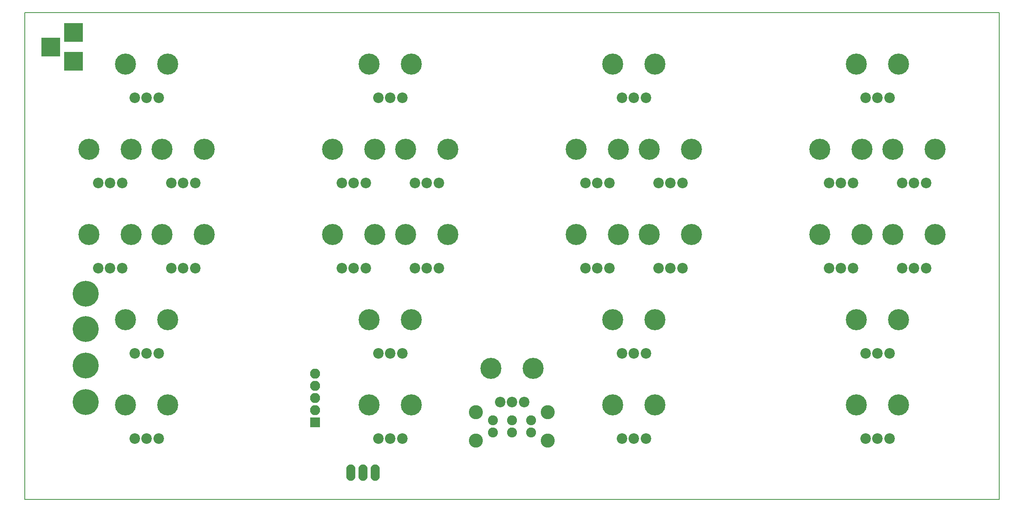
<source format=gbr>
%TF.GenerationSoftware,KiCad,Pcbnew,4.0.7*%
%TF.CreationDate,2019-01-17T01:04:15-05:00*%
%TF.ProjectId,synth_psoc,73796E74685F70736F632E6B69636164,rev?*%
%TF.FileFunction,Soldermask,Top*%
%FSLAX46Y46*%
G04 Gerber Fmt 4.6, Leading zero omitted, Abs format (unit mm)*
G04 Created by KiCad (PCBNEW 4.0.7) date 01/17/19 01:04:15*
%MOMM*%
%LPD*%
G01*
G04 APERTURE LIST*
%ADD10C,0.150000*%
%ADD11R,3.900000X3.900000*%
%ADD12O,1.910000X3.410000*%
%ADD13R,2.100000X2.100000*%
%ADD14O,2.100000X2.100000*%
%ADD15C,2.200000*%
%ADD16C,4.400000*%
%ADD17C,2.076400*%
%ADD18C,2.940000*%
%ADD19C,5.400000*%
G04 APERTURE END LIST*
D10*
X203200000Y0D02*
X101600000Y0D01*
X203200000Y-101600000D02*
X203200000Y0D01*
X101600000Y-101600000D02*
X203200000Y-101600000D01*
X101600000Y0D02*
X0Y0D01*
X0Y-101600000D02*
X101600000Y-101600000D01*
X0Y0D02*
X0Y-101600000D01*
D11*
X10160000Y-10160000D03*
X10160000Y-4160000D03*
X5460000Y-7160000D03*
D12*
X73080000Y-96000000D03*
X70540000Y-96000000D03*
X68000000Y-96000000D03*
D13*
X60579000Y-85471000D03*
D14*
X60579000Y-82931000D03*
X60579000Y-80391000D03*
X60579000Y-77851000D03*
X60579000Y-75311000D03*
D15*
X116920000Y-35560000D03*
X119420000Y-35560000D03*
X121920000Y-35560000D03*
D16*
X115020000Y-28560000D03*
X123820000Y-28560000D03*
D15*
X15320000Y-35560000D03*
X17820000Y-35560000D03*
X20320000Y-35560000D03*
D16*
X13420000Y-28560000D03*
X22220000Y-28560000D03*
D15*
X66120000Y-35560000D03*
X68620000Y-35560000D03*
X71120000Y-35560000D03*
D16*
X64220000Y-28560000D03*
X73020000Y-28560000D03*
D15*
X167720000Y-35560000D03*
X170220000Y-35560000D03*
X172720000Y-35560000D03*
D16*
X165820000Y-28560000D03*
X174620000Y-28560000D03*
D15*
X22940000Y-88900000D03*
X25440000Y-88900000D03*
X27940000Y-88900000D03*
D16*
X21040000Y-81900000D03*
X29840000Y-81900000D03*
D15*
X73740000Y-88900000D03*
X76240000Y-88900000D03*
X78740000Y-88900000D03*
D16*
X71840000Y-81900000D03*
X80640000Y-81900000D03*
D15*
X124540000Y-88900000D03*
X127040000Y-88900000D03*
X129540000Y-88900000D03*
D16*
X122640000Y-81900000D03*
X131440000Y-81900000D03*
D15*
X175340000Y-88900000D03*
X177840000Y-88900000D03*
X180340000Y-88900000D03*
D16*
X173440000Y-81900000D03*
X182240000Y-81900000D03*
D15*
X99140000Y-81280000D03*
X101640000Y-81280000D03*
X104140000Y-81280000D03*
D16*
X97240000Y-74280000D03*
X106040000Y-74280000D03*
D15*
X132160000Y-53340000D03*
X134660000Y-53340000D03*
X137160000Y-53340000D03*
D16*
X130260000Y-46340000D03*
X139060000Y-46340000D03*
D15*
X30560000Y-53340000D03*
X33060000Y-53340000D03*
X35560000Y-53340000D03*
D16*
X28660000Y-46340000D03*
X37460000Y-46340000D03*
D15*
X116920000Y-53340000D03*
X119420000Y-53340000D03*
X121920000Y-53340000D03*
D16*
X115020000Y-46340000D03*
X123820000Y-46340000D03*
D15*
X15320000Y-53340000D03*
X17820000Y-53340000D03*
X20320000Y-53340000D03*
D16*
X13420000Y-46340000D03*
X22220000Y-46340000D03*
D15*
X81360000Y-53340000D03*
X83860000Y-53340000D03*
X86360000Y-53340000D03*
D16*
X79460000Y-46340000D03*
X88260000Y-46340000D03*
D15*
X182960000Y-53340000D03*
X185460000Y-53340000D03*
X187960000Y-53340000D03*
D16*
X181060000Y-46340000D03*
X189860000Y-46340000D03*
D15*
X66120000Y-53340000D03*
X68620000Y-53340000D03*
X71120000Y-53340000D03*
D16*
X64220000Y-46340000D03*
X73020000Y-46340000D03*
D15*
X167720000Y-53340000D03*
X170220000Y-53340000D03*
X172720000Y-53340000D03*
D16*
X165820000Y-46340000D03*
X174620000Y-46340000D03*
D15*
X22940000Y-17780000D03*
X25440000Y-17780000D03*
X27940000Y-17780000D03*
D16*
X21040000Y-10780000D03*
X29840000Y-10780000D03*
D15*
X73740000Y-17780000D03*
X76240000Y-17780000D03*
X78740000Y-17780000D03*
D16*
X71840000Y-10780000D03*
X80640000Y-10780000D03*
D15*
X124540000Y-17780000D03*
X127040000Y-17780000D03*
X129540000Y-17780000D03*
D16*
X122640000Y-10780000D03*
X131440000Y-10780000D03*
D15*
X175340000Y-17780000D03*
X177840000Y-17780000D03*
X180340000Y-17780000D03*
D16*
X173440000Y-10780000D03*
X182240000Y-10780000D03*
D15*
X30560000Y-35560000D03*
X33060000Y-35560000D03*
X35560000Y-35560000D03*
D16*
X28660000Y-28560000D03*
X37460000Y-28560000D03*
D15*
X81360000Y-35560000D03*
X83860000Y-35560000D03*
X86360000Y-35560000D03*
D16*
X79460000Y-28560000D03*
X88260000Y-28560000D03*
D15*
X132160000Y-35560000D03*
X134660000Y-35560000D03*
X137160000Y-35560000D03*
D16*
X130260000Y-28560000D03*
X139060000Y-28560000D03*
D15*
X182960000Y-35560000D03*
X185460000Y-35560000D03*
X187960000Y-35560000D03*
D16*
X181060000Y-28560000D03*
X189860000Y-28560000D03*
D15*
X22940000Y-71120000D03*
X25440000Y-71120000D03*
X27940000Y-71120000D03*
D16*
X21040000Y-64120000D03*
X29840000Y-64120000D03*
D15*
X73740000Y-71120000D03*
X76240000Y-71120000D03*
X78740000Y-71120000D03*
D16*
X71840000Y-64120000D03*
X80640000Y-64120000D03*
D15*
X124540000Y-71120000D03*
X127040000Y-71120000D03*
X129540000Y-71120000D03*
D16*
X122640000Y-64120000D03*
X131440000Y-64120000D03*
D15*
X175340000Y-71120000D03*
X177840000Y-71120000D03*
X180340000Y-71120000D03*
D16*
X173440000Y-64120000D03*
X182240000Y-64120000D03*
D17*
X97602040Y-85110320D03*
X101600000Y-85110320D03*
X105597960Y-85110320D03*
X97602040Y-87609680D03*
X101600000Y-87609680D03*
X105597960Y-87609680D03*
D18*
X94101920Y-83360260D03*
X94101920Y-89359740D03*
X109098080Y-83360260D03*
X109098080Y-89359740D03*
D19*
X12700000Y-81280000D03*
X12700000Y-73660000D03*
X12700000Y-66040000D03*
X12700000Y-58674000D03*
M02*

</source>
